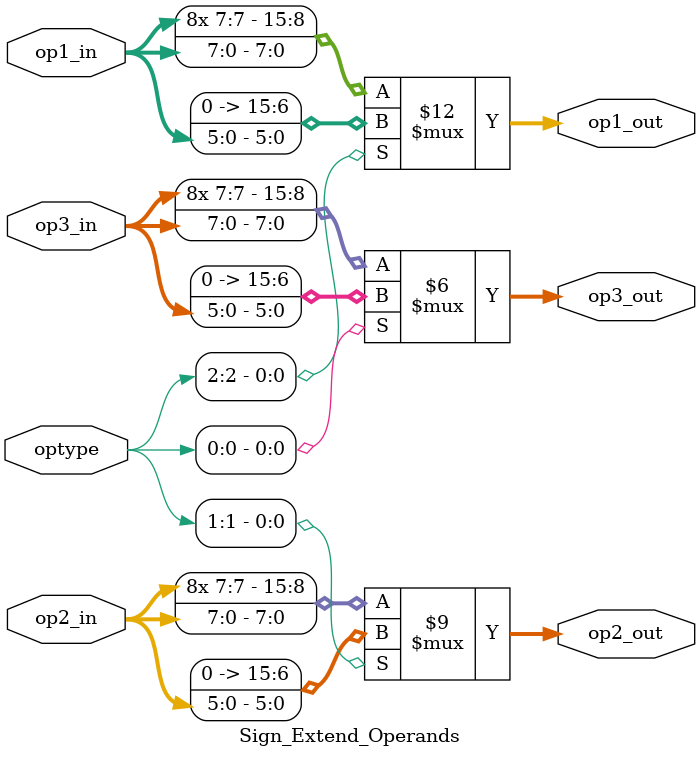
<source format=v>
module Sign_Extend_Operands (optype, op1_in, op2_in, op3_in, op1_out, op2_out, op3_out);
	
	input [2:0] optype;
	input signed [7:0] op1_in, op2_in, op3_in;
	output reg  signed [15:0] op1_out, op2_out, op3_out;
	
	always@(*)
		begin
			if (optype[2] == 1) begin					//se o operando for um endereço de registrador, os dois primeirs bits indicam o modo de acesso, por isso tem que remover
				op1_out = op1_in[5:0];					//se for um registrador, então esse operador é um endereço portanto não tem sinal (não existe registrador negativo)
			end
			else begin										//caso contrário, o operando inteiro é um imediato e pode ser usado como constante
				op1_out = $signed(op1_in[7:0]);
			end
			
				
			if(optype[1] == 1) begin
				op2_out = op2_in[5:0];
			end
			else begin
				op2_out = $signed(op2_in[7:0]);
			end
				
							
			if(optype[0] == 1) begin
				op3_out = op3_in[5:0];
			end
			else begin
				op3_out = $signed(op3_in[7:0]);
			end
		end
		
	
endmodule

</source>
